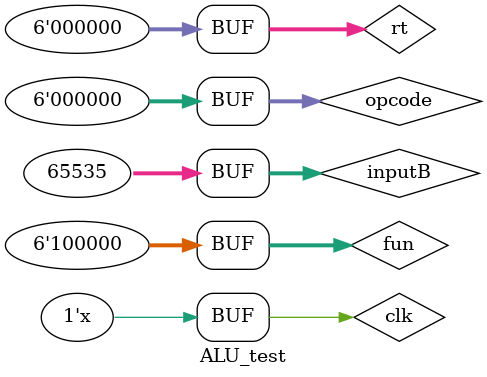
<source format=v>
`timescale 1ns / 1ps


module ALU_test(
    );
    reg clk;
    reg [5:0] opcode;
    reg [5:0] fun;
    reg [5:0] rt;
    reg [31:0] inputA;
    reg [31:0] inputB;
    wire [31:0] outputR;
    wire [7:0] flag;
    always #8 clk = ~clk;
    ALU_module a(opcode,fun,rt,inputA,inputB,outputR,flag);
    initial begin
        clk=1;
        opcode = 0;
        fun = 6'b100000;
        rt = 0;
        inputA = 32'h0fff_ffff;
        inputB = 32'h0000_ffff;
    end
    always@(posedge clk) begin
        inputA <=  inputA+1'b1;
    end
endmodule

</source>
